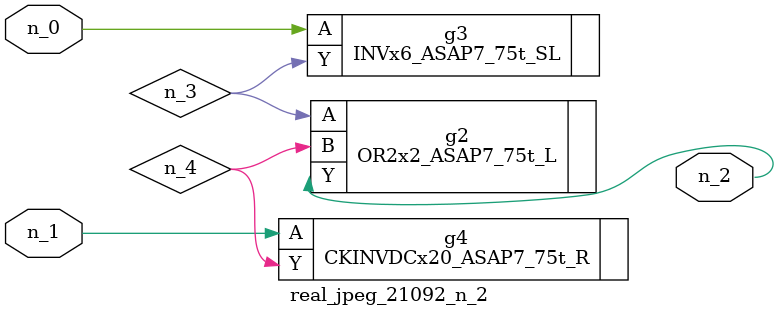
<source format=v>
module real_jpeg_21092_n_2 (n_1, n_0, n_2);

input n_1;
input n_0;

output n_2;

wire n_4;
wire n_3;

INVx6_ASAP7_75t_SL g3 ( 
.A(n_0),
.Y(n_3)
);

CKINVDCx20_ASAP7_75t_R g4 ( 
.A(n_1),
.Y(n_4)
);

OR2x2_ASAP7_75t_L g2 ( 
.A(n_3),
.B(n_4),
.Y(n_2)
);


endmodule
</source>
